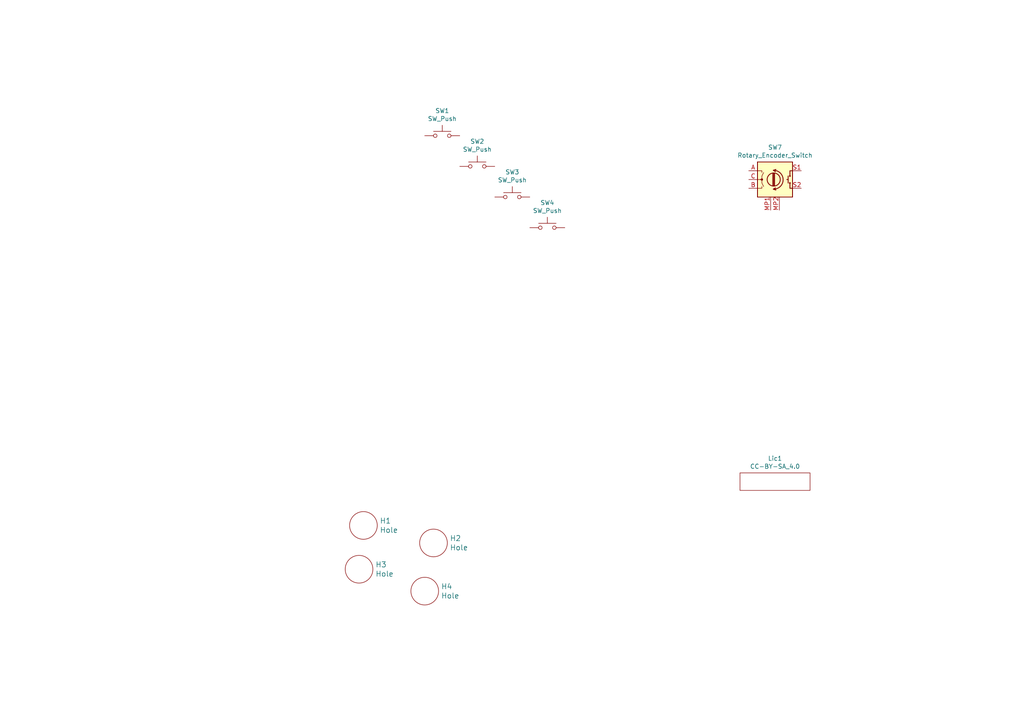
<source format=kicad_sch>
(kicad_sch (version 20250114) (generator "eeschema") (generator_version "9.0")
  (paper "A4")
  (title_block (title "LBS 4 - Front Plate") (date "2025-03-25") (rev "v2.00") (company "Markus Knutsson <markus.knutsson@tweety.se>") (comment 1 "https://github.com/TweetyDaBird") (comment 2 "Licensed under Creative Commons Attribution-ShareAlike 4.0 International"))
  (lib_symbols
    (symbol "Keyboard_Plate:SW_MX_1u" (pin_numbers (hide yes)) (pin_names (offset 1.016) (hide yes))
      (property "Reference" "SW" (at -1.27 5.08 0))
      (symbol "SW_MX_1u_0_1"
        (circle (center -2.032 0) (radius 0.508))
        (polyline (pts (xy 0 1.27) (xy 0 3.048)))
        (circle (center 2.032 0) (radius 0.508))
        (polyline (pts (xy 2.54 1.27) (xy -2.54 1.27)))
        (pin passive line (at -5.08 0 0) (length 2.54) (name "1") (number "1"))
        (pin passive line (at 5.08 0 180) (length 2.54) (name "2") (number "2"))
      )
    )
    (symbol "Keyboard_Plate:Spacer_Plate" (pin_names (offset 1.016))
      (property "Reference" "H1" (at 4.7244 1.3462 0))
      (property "Value" "Spacer_Plate" (at 4.7244 -1.3462 0))
      (symbol "Spacer_Plate_0_1"
        (circle (center 0 0) (radius 4.0132))
      )
    )
    (symbol "Little_Big_Scroll_4_Front-rescue:Rotary_Encoder_Switch_GND-Keyboard_Library" (pin_names (offset 0.254) (hide yes))
      (property "Reference" "SW" (at 0 6.604 0))
      (property "Value" "Keyboard_Library_Rotary_Encoder_Switch_GND" (at 0 8.89 0))
      (symbol "Rotary_Encoder_Switch_GND-Keyboard_Library_0_1"
        (rectangle (start -5.08 5.08) (end 5.08 -5.08) (stroke (width 0.254)) (fill (type background)))
        (polyline (pts (xy -5.08 2.54) (xy -3.81 2.54) (xy -3.81 2.032)))
        (polyline (pts (xy -5.08 0) (xy -3.81 0) (xy -3.81 -1.016) (xy -3.302 -2.032)))
        (polyline (pts (xy -5.08 -2.54) (xy -3.81 -2.54) (xy -3.81 -2.032)))
        (polyline (pts (xy -4.318 0) (xy -3.81 0) (xy -3.81 1.016) (xy -3.302 2.032)))
        (circle (center -3.81 0) (radius 0.254) (fill (type outline)))
        (polyline (pts (xy -0.635 -1.778) (xy -0.635 1.778)) (stroke (width 0.254)))
        (arc (start -0.381 2.667) (mid 2.3368 -0.0508) (end -0.381 -2.794) (stroke (width 0.254)))
        (circle (center -0.381 0) (radius 1.905) (stroke (width 0.254)))
        (polyline (pts (xy -0.381 -1.778) (xy -0.381 1.778)) (stroke (width 0.254)))
        (polyline (pts (xy -0.127 1.778) (xy -0.127 -1.778)) (stroke (width 0.254)))
        (polyline (pts (xy 0.254 2.921) (xy -0.508 2.667) (xy 0.127 2.286)) (stroke (width 0.254)))
        (polyline (pts (xy 0.254 -3.048) (xy -0.508 -2.794) (xy 0.127 -2.413)) (stroke (width 0.254)))
        (polyline (pts (xy 3.81 1.016) (xy 3.81 -1.016)) (stroke (width 0.254)))
        (polyline (pts (xy 3.81 0) (xy 3.429 0)) (stroke (width 0.254)))
        (circle (center 4.318 1.016) (radius 0.127) (stroke (width 0.254)))
        (circle (center 4.318 -1.016) (radius 0.127) (stroke (width 0.254)))
        (polyline (pts (xy 5.08 2.54) (xy 4.318 2.54) (xy 4.318 1.016)) (stroke (width 0.254)))
        (polyline (pts (xy 5.08 -2.54) (xy 4.318 -2.54) (xy 4.318 -1.016)) (stroke (width 0.254)))
      )
      (symbol "Rotary_Encoder_Switch_GND-Keyboard_Library_1_1"
        (pin passive line (at -7.62 2.54 0) (length 2.54) (name "A") (number "A"))
        (pin passive line (at -7.62 0 0) (length 2.54) (name "C") (number "C"))
        (pin passive line (at -7.62 -2.54 0) (length 2.54) (name "B") (number "B"))
        (pin power_in line (at -1.27 -8.89 90) (length 3.7084) (name "GND") (number "MP1"))
        (pin power_in line (at 1.27 -8.89 90) (length 3.7592) (name "GND") (number "MP2"))
        (pin passive line (at 7.62 2.54 180) (length 2.54) (name "S1") (number "S1"))
        (pin passive line (at 7.62 -2.54 180) (length 2.54) (name "S2") (number "S2"))
      )
    )
    (symbol "Logotypes:CC-BY-SA-4.0" (pin_names (offset 1.016)) (in_bom no)
      (property "Reference" "Logo" (at 0 1.27 0))
      (property "Value" "CC-BY-SA-4.0" (at 0 -1.27 0))
      (symbol "CC-BY-SA-4.0_0_1"
        (rectangle (start -10.16 2.54) (end 10.16 -2.54))
      )
    )
  )
  (symbol (lib_id "Logotypes:CC-BY-SA-4.0") (at 224.79 139.7 0) (unit 1) (in_bom no)
    (property "Reference" "Lic1" (at 224.79 132.969 0))
    (property "Value" "CC-BY-SA_4.0" (at 224.79 135.2804 0))
    (property "Footprint" "Logotypes:CC_BY_SA_40" (effects (hide yes)))
    (property "Sim.Enable" "0" (effects (hide yes)))
  )
  (symbol (lib_id "Keyboard_Plate:SW_MX_1u") (at 128.27 39.37 0) (unit 1)
    (property "Reference" "SW1" (at 128.27 32.131 0))
    (property "Value" "SW_Push" (at 128.27 34.4424 0))
    (property "Footprint" "Keyboard_Plate:SW_MX_Plate_Placeholder_nodrill_NOBORDER" (effects (hide yes)))
    (property "Description" "Push button switch, generic, two pins" (effects (hide yes)))
  )
  (symbol (lib_id "Keyboard_Plate:SW_MX_1u") (at 138.43 48.26 0) (unit 1)
    (property "Reference" "SW2" (at 138.43 41.021 0))
    (property "Value" "SW_Push" (at 138.43 43.3324 0))
    (property "Footprint" "Keyboard_Plate:SW_MX_Plate_Placeholder_nodrill_NOBORDER" (effects (hide yes)))
    (property "Description" "Push button switch, generic, two pins" (effects (hide yes)))
  )
  (symbol (lib_id "Keyboard_Plate:SW_MX_1u") (at 148.59 57.15 0) (unit 1)
    (property "Reference" "SW3" (at 148.59 49.911 0))
    (property "Value" "SW_Push" (at 148.59 52.2224 0))
    (property "Footprint" "Keyboard_Plate:SW_MX_Plate_Placeholder_nodrill_NOBORDER" (effects (hide yes)))
    (property "Description" "Push button switch, generic, two pins" (effects (hide yes)))
  )
  (symbol (lib_id "Keyboard_Plate:SW_MX_1u") (at 158.75 66.04 0) (unit 1)
    (property "Reference" "SW4" (at 158.75 58.801 0))
    (property "Value" "SW_Push" (at 158.75 61.1124 0))
    (property "Footprint" "Keyboard_Plate:SW_MX_Plate_Placeholder_nodrill_NOBORDER" (effects (hide yes)))
    (property "Description" "Push button switch, generic, two pins" (effects (hide yes)))
  )
  (symbol (lib_id "Little_Big_Scroll_4_Front-rescue:Rotary_Encoder_Switch_GND-Keyboard_Library") (at 224.79 52.07 0) (unit 1)
    (property "Reference" "SW7" (at 224.79 42.7482 0))
    (property "Value" "Rotary_Encoder_Switch" (at 224.79 45.0596 0))
    (property "Footprint" "Keyboard Encoders:Encoder_Plate_Placeholder_nodrill" (effects (hide yes)))
  )
  (symbol (lib_id "Keyboard_Plate:Spacer_Plate") (at 125.73 157.48 0) (unit 1)
    (property "Reference" "H2" (at 130.4544 156.1338 0) (effects (font (size 1.524 1.524)) (justify left)))
    (property "Value" "Hole" (at 130.4544 158.8262 0) (effects (font (size 1.524 1.524)) (justify left)))
    (property "Footprint" "Keyboard_Plate:Spacer Plate hole" (effects (hide yes)))
  )
  (symbol (lib_id "Keyboard_Plate:Spacer_Plate") (at 123.19 171.45 0) (unit 1)
    (property "Reference" "H4" (at 127.9144 170.1038 0) (effects (font (size 1.524 1.524)) (justify left)))
    (property "Value" "Hole" (at 127.9144 172.7962 0) (effects (font (size 1.524 1.524)) (justify left)))
    (property "Footprint" "Keyboard_Plate:Spacer Plate hole" (effects (hide yes)))
  )
  (symbol (lib_id "Keyboard_Plate:Spacer_Plate") (at 104.14 165.1 0) (unit 1)
    (property "Reference" "H3" (at 108.8644 163.7538 0) (effects (font (size 1.524 1.524)) (justify left)))
    (property "Value" "Hole" (at 108.8644 166.4462 0) (effects (font (size 1.524 1.524)) (justify left)))
    (property "Footprint" "Keyboard_Plate:Spacer Plate hole" (effects (hide yes)))
  )
  (symbol (lib_id "Keyboard_Plate:Spacer_Plate") (at 105.41 152.4 0) (unit 1)
    (property "Reference" "H1" (at 110.1344 151.0538 0) (effects (font (size 1.524 1.524)) (justify left)))
    (property "Value" "Hole" (at 110.1344 153.7462 0) (effects (font (size 1.524 1.524)) (justify left)))
    (property "Footprint" "Keyboard_Plate:Spacer Plate hole" (effects (hide yes)))
  )
)
</source>
